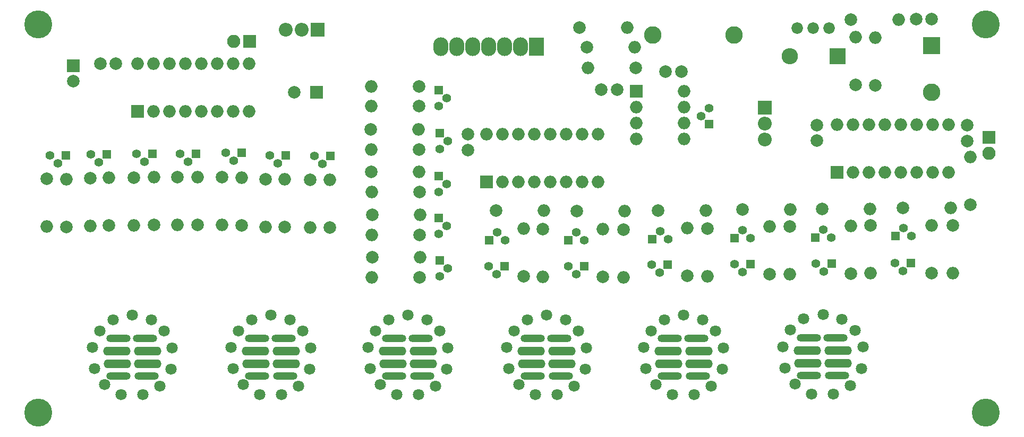
<source format=gbr>
G04 #@! TF.FileFunction,Soldermask,Top*
%FSLAX46Y46*%
G04 Gerber Fmt 4.6, Leading zero omitted, Abs format (unit mm)*
G04 Created by KiCad (PCBNEW 4.0.7) date 02/25/20 00:54:48*
%MOMM*%
%LPD*%
G01*
G04 APERTURE LIST*
%ADD10C,0.100000*%
%ADD11C,2.800000*%
%ADD12C,2.000000*%
%ADD13O,2.000000X2.000000*%
%ADD14C,1.840000*%
%ADD15R,2.000000X2.000000*%
%ADD16R,2.600000X2.600000*%
%ADD17O,2.600000X2.600000*%
%ADD18R,2.100000X2.100000*%
%ADD19O,2.100000X2.100000*%
%ADD20C,1.400000*%
%ADD21R,1.400000X1.400000*%
%ADD22R,2.200000X2.200000*%
%ADD23O,2.200000X2.200000*%
%ADD24R,2.400000X3.000000*%
%ADD25O,2.400000X3.000000*%
%ADD26C,4.464000*%
%ADD27O,4.400000X1.400000*%
%ADD28O,3.900000X1.200000*%
%ADD29C,1.808000*%
%ADD30R,2.800000X2.800000*%
G04 APERTURE END LIST*
D10*
D11*
X212900000Y-53300000D03*
X225900000Y-53300000D03*
D12*
X201250000Y-52150000D03*
D13*
X208870000Y-52150000D03*
D12*
X207250000Y-62000000D03*
X204750000Y-62000000D03*
D14*
X236000000Y-52200000D03*
X238540000Y-52200000D03*
X241080000Y-52200000D03*
D12*
X217500000Y-59150000D03*
X215000000Y-59150000D03*
D15*
X159300000Y-62500000D03*
D12*
X155800000Y-62500000D03*
D15*
X120600000Y-58200000D03*
D12*
X120600000Y-60700000D03*
X257400000Y-50800000D03*
X254900000Y-50800000D03*
D16*
X242400000Y-56700000D03*
D17*
X234780000Y-56700000D03*
D18*
X148700000Y-54300000D03*
D19*
X146160000Y-54300000D03*
D20*
X220660000Y-66240000D03*
X221930000Y-64970000D03*
D21*
X221930000Y-67510000D03*
D12*
X210200000Y-58550000D03*
D13*
X202580000Y-58550000D03*
D12*
X202400000Y-55300000D03*
D13*
X210020000Y-55300000D03*
D12*
X248400000Y-61400000D03*
D13*
X248400000Y-53780000D03*
D12*
X245250000Y-61300000D03*
D13*
X245250000Y-53680000D03*
D12*
X244550000Y-50850000D03*
D13*
X252170000Y-50850000D03*
D22*
X159500000Y-52500000D03*
D23*
X156960000Y-52500000D03*
X154420000Y-52500000D03*
D24*
X194410000Y-55210000D03*
D25*
X191870000Y-55210000D03*
X189330000Y-55210000D03*
X186790000Y-55210000D03*
X184250000Y-55210000D03*
X181710000Y-55210000D03*
X179170000Y-55210000D03*
D22*
X230790000Y-64888000D03*
D23*
X230790000Y-67428000D03*
X230790000Y-69968000D03*
D26*
X266000000Y-51600000D03*
X115000000Y-113600000D03*
X266000000Y-113600000D03*
X115000000Y-51600000D03*
D15*
X210300000Y-62250000D03*
D13*
X217920000Y-69870000D03*
X210300000Y-64790000D03*
X217920000Y-67330000D03*
X210300000Y-67330000D03*
X217920000Y-64790000D03*
X210300000Y-69870000D03*
X217920000Y-62250000D03*
D18*
X266510000Y-69680000D03*
D19*
X266510000Y-72220000D03*
D12*
X239110000Y-67700000D03*
X239110000Y-70200000D03*
X183480000Y-69150000D03*
X183480000Y-71650000D03*
X127380000Y-57890000D03*
X124880000Y-57890000D03*
D20*
X146130000Y-73420000D03*
X144860000Y-72150000D03*
D21*
X147400000Y-72150000D03*
D20*
X118080000Y-73770000D03*
X116810000Y-72500000D03*
D21*
X119350000Y-72500000D03*
D20*
X180070000Y-77070000D03*
X178800000Y-78340000D03*
D21*
X178800000Y-75800000D03*
D20*
X214120000Y-84680000D03*
X215390000Y-85950000D03*
D21*
X212850000Y-85950000D03*
D20*
X214055000Y-91270000D03*
X212785000Y-90000000D03*
D21*
X215325000Y-90000000D03*
D20*
X180070000Y-83770000D03*
X178800000Y-85040000D03*
D21*
X178800000Y-82500000D03*
D20*
X153180000Y-73770000D03*
X151910000Y-72500000D03*
D21*
X154450000Y-72500000D03*
D20*
X180270000Y-90570000D03*
X179000000Y-91840000D03*
D21*
X179000000Y-89300000D03*
D20*
X227220000Y-84480000D03*
X228490000Y-85750000D03*
D21*
X225950000Y-85750000D03*
D20*
X138880000Y-73570000D03*
X137610000Y-72300000D03*
D21*
X140150000Y-72300000D03*
D20*
X160280000Y-73870000D03*
X159010000Y-72600000D03*
D21*
X161550000Y-72600000D03*
D20*
X188095000Y-84805000D03*
X189365000Y-86075000D03*
D21*
X186825000Y-86075000D03*
D20*
X227205000Y-91195000D03*
X225935000Y-89925000D03*
D21*
X228475000Y-89925000D03*
D20*
X131880000Y-73520000D03*
X130610000Y-72250000D03*
D21*
X133150000Y-72250000D03*
D20*
X180070000Y-63370000D03*
X178800000Y-64640000D03*
D21*
X178800000Y-62100000D03*
D20*
X188030000Y-91495000D03*
X186760000Y-90225000D03*
D21*
X189300000Y-90225000D03*
D20*
X240120000Y-84430000D03*
X241390000Y-85700000D03*
D21*
X238850000Y-85700000D03*
D20*
X200720000Y-84805000D03*
X201990000Y-86075000D03*
D21*
X199450000Y-86075000D03*
D20*
X124630000Y-73620000D03*
X123360000Y-72350000D03*
D21*
X125900000Y-72350000D03*
D20*
X240205000Y-91045000D03*
X238935000Y-89775000D03*
D21*
X241475000Y-89775000D03*
D20*
X180270000Y-70270000D03*
X179000000Y-71540000D03*
D21*
X179000000Y-69000000D03*
D20*
X200755000Y-91470000D03*
X199485000Y-90200000D03*
D21*
X202025000Y-90200000D03*
D20*
X252870000Y-84130000D03*
X254140000Y-85400000D03*
D21*
X251600000Y-85400000D03*
D20*
X252830000Y-90970000D03*
X251560000Y-89700000D03*
D21*
X254100000Y-89700000D03*
D12*
X147400000Y-83700000D03*
D13*
X147400000Y-76080000D03*
D12*
X119500000Y-83950000D03*
D13*
X119500000Y-76330000D03*
D12*
X168100000Y-75200000D03*
D13*
X175720000Y-75200000D03*
D12*
X213750000Y-81350000D03*
D13*
X221370000Y-81350000D03*
D12*
X218425000Y-91750000D03*
D13*
X218425000Y-84130000D03*
D12*
X144250000Y-76000000D03*
D13*
X144250000Y-83620000D03*
D12*
X116300000Y-76250000D03*
D13*
X116300000Y-83870000D03*
D12*
X175800000Y-78400000D03*
D13*
X168180000Y-78400000D03*
D12*
X221625000Y-84200000D03*
D13*
X221625000Y-91820000D03*
D12*
X168200000Y-82000000D03*
D13*
X175820000Y-82000000D03*
D12*
X154300000Y-83950000D03*
D13*
X154300000Y-76330000D03*
D12*
X168200000Y-88800000D03*
D13*
X175820000Y-88800000D03*
D12*
X227225000Y-81175000D03*
D13*
X234845000Y-81175000D03*
D12*
X175800000Y-85200000D03*
D13*
X168180000Y-85200000D03*
D12*
X151200000Y-76350000D03*
D13*
X151200000Y-83970000D03*
D12*
X175800000Y-92000000D03*
D13*
X168180000Y-92000000D03*
D12*
X140350000Y-83650000D03*
D13*
X140350000Y-76030000D03*
D12*
X161500000Y-84050000D03*
D13*
X161500000Y-76430000D03*
D12*
X187950000Y-81375000D03*
D13*
X195570000Y-81375000D03*
D12*
X231600000Y-91525000D03*
D13*
X231600000Y-83905000D03*
D12*
X234800000Y-83875000D03*
D13*
X234800000Y-91495000D03*
D12*
X137150000Y-76000000D03*
D13*
X137150000Y-83620000D03*
D12*
X158350000Y-76400000D03*
D13*
X158350000Y-84020000D03*
D12*
X192350000Y-91875000D03*
D13*
X192350000Y-84255000D03*
D12*
X133450000Y-83650000D03*
D13*
X133450000Y-76030000D03*
D12*
X175700000Y-61500000D03*
D13*
X168080000Y-61500000D03*
D12*
X195400000Y-84275000D03*
D13*
X195400000Y-91895000D03*
D12*
X239950000Y-81075000D03*
D13*
X247570000Y-81075000D03*
D12*
X130200000Y-76100000D03*
D13*
X130200000Y-83720000D03*
D12*
X175700000Y-64700000D03*
D13*
X168080000Y-64700000D03*
D12*
X200800000Y-81450000D03*
D13*
X208420000Y-81450000D03*
D12*
X244475000Y-91375000D03*
D13*
X244475000Y-83755000D03*
D12*
X126250000Y-83750000D03*
D13*
X126250000Y-76130000D03*
D12*
X168000000Y-68400000D03*
D13*
X175620000Y-68400000D03*
D12*
X247650000Y-83750000D03*
D13*
X247650000Y-91370000D03*
D12*
X205000000Y-91950000D03*
D13*
X205000000Y-84330000D03*
D12*
X252800000Y-80900000D03*
D13*
X260420000Y-80900000D03*
D12*
X123250000Y-76150000D03*
D13*
X123250000Y-83770000D03*
D12*
X208250000Y-84350000D03*
D13*
X208250000Y-91970000D03*
D12*
X175700000Y-71600000D03*
D13*
X168080000Y-71600000D03*
D12*
X257400000Y-91300000D03*
D13*
X257400000Y-83680000D03*
D12*
X260800000Y-83750000D03*
D13*
X260800000Y-91370000D03*
D15*
X130850000Y-65550000D03*
D13*
X148630000Y-57930000D03*
X133390000Y-65550000D03*
X146090000Y-57930000D03*
X135930000Y-65550000D03*
X143550000Y-57930000D03*
X138470000Y-65550000D03*
X141010000Y-57930000D03*
X141010000Y-65550000D03*
X138470000Y-57930000D03*
X143550000Y-65550000D03*
X135930000Y-57930000D03*
X146090000Y-65550000D03*
X133390000Y-57930000D03*
X148630000Y-65550000D03*
X130850000Y-57930000D03*
D15*
X186425000Y-76775000D03*
D13*
X204205000Y-69155000D03*
X188965000Y-76775000D03*
X201665000Y-69155000D03*
X191505000Y-76775000D03*
X199125000Y-69155000D03*
X194045000Y-76775000D03*
X196585000Y-69155000D03*
X196585000Y-76775000D03*
X194045000Y-69155000D03*
X199125000Y-76775000D03*
X191505000Y-69155000D03*
X201665000Y-76775000D03*
X188965000Y-69155000D03*
X204205000Y-76775000D03*
X186425000Y-69155000D03*
D15*
X242300000Y-75250000D03*
D13*
X260080000Y-67630000D03*
X244840000Y-75250000D03*
X257540000Y-67630000D03*
X247380000Y-75250000D03*
X255000000Y-67630000D03*
X249920000Y-75250000D03*
X252460000Y-67630000D03*
X252460000Y-75250000D03*
X249920000Y-67630000D03*
X255000000Y-75250000D03*
X247380000Y-67630000D03*
X257540000Y-75250000D03*
X244840000Y-67630000D03*
X260080000Y-75250000D03*
X242300000Y-67630000D03*
D27*
X237600000Y-103700000D03*
X242500000Y-103700000D03*
D28*
X237850000Y-107650000D03*
X242350000Y-107650000D03*
X237850000Y-101650000D03*
X242100000Y-101650000D03*
D27*
X237700000Y-105700000D03*
X242500000Y-105700000D03*
D29*
X244448000Y-109246000D03*
X241721000Y-110643000D03*
X246450000Y-103130000D03*
X246220000Y-106554000D03*
X235631000Y-108994000D03*
X234011000Y-106463000D03*
X240100000Y-97923000D03*
X234868000Y-100427000D03*
X233707000Y-103093000D03*
X245180000Y-100463000D03*
X236996000Y-98648000D03*
X238278000Y-110613000D03*
X243078000Y-98675000D03*
D27*
X215386000Y-103812000D03*
X220286000Y-103812000D03*
D28*
X215636000Y-107762000D03*
X220136000Y-107762000D03*
X215636000Y-101762000D03*
X219886000Y-101762000D03*
D27*
X215486000Y-105812000D03*
X220286000Y-105812000D03*
D29*
X222234000Y-109358000D03*
X219507000Y-110755000D03*
X224236000Y-103242000D03*
X224006000Y-106666000D03*
X213417000Y-109106000D03*
X211797000Y-106575000D03*
X217886000Y-98035000D03*
X212654000Y-100539000D03*
X211493000Y-103205000D03*
X222966000Y-100575000D03*
X214782000Y-98760000D03*
X216064000Y-110725000D03*
X220864000Y-98787000D03*
D27*
X149600000Y-103812000D03*
X154500000Y-103812000D03*
D28*
X149850000Y-107762000D03*
X154350000Y-107762000D03*
X149850000Y-101762000D03*
X154100000Y-101762000D03*
D27*
X149700000Y-105812000D03*
X154500000Y-105812000D03*
D29*
X156448000Y-109358000D03*
X153721000Y-110755000D03*
X158450000Y-103242000D03*
X158220000Y-106666000D03*
X147631000Y-109106000D03*
X146011000Y-106575000D03*
X152100000Y-98035000D03*
X146868000Y-100539000D03*
X145707000Y-103205000D03*
X157180000Y-100575000D03*
X148996000Y-98760000D03*
X150278000Y-110725000D03*
X155078000Y-98787000D03*
D27*
X127502000Y-103812000D03*
X132402000Y-103812000D03*
D28*
X127752000Y-107762000D03*
X132252000Y-107762000D03*
X127752000Y-101762000D03*
X132002000Y-101762000D03*
D27*
X127602000Y-105812000D03*
X132402000Y-105812000D03*
D29*
X134350000Y-109358000D03*
X131623000Y-110755000D03*
X136352000Y-103242000D03*
X136122000Y-106666000D03*
X125533000Y-109106000D03*
X123913000Y-106575000D03*
X130002000Y-98035000D03*
X124770000Y-100539000D03*
X123609000Y-103205000D03*
X135082000Y-100575000D03*
X126898000Y-98760000D03*
X128180000Y-110725000D03*
X132980000Y-98787000D03*
D27*
X171444000Y-103812000D03*
X176344000Y-103812000D03*
D28*
X171694000Y-107762000D03*
X176194000Y-107762000D03*
X171694000Y-101762000D03*
X175944000Y-101762000D03*
D27*
X171544000Y-105812000D03*
X176344000Y-105812000D03*
D29*
X178292000Y-109358000D03*
X175565000Y-110755000D03*
X180294000Y-103242000D03*
X180064000Y-106666000D03*
X169475000Y-109106000D03*
X167855000Y-106575000D03*
X173944000Y-98035000D03*
X168712000Y-100539000D03*
X167551000Y-103205000D03*
X179024000Y-100575000D03*
X170840000Y-98760000D03*
X172122000Y-110725000D03*
X176922000Y-98787000D03*
D27*
X193542000Y-103812000D03*
X198442000Y-103812000D03*
D28*
X193792000Y-107762000D03*
X198292000Y-107762000D03*
X193792000Y-101762000D03*
X198042000Y-101762000D03*
D27*
X193642000Y-105812000D03*
X198442000Y-105812000D03*
D29*
X200390000Y-109358000D03*
X197663000Y-110755000D03*
X202392000Y-103242000D03*
X202162000Y-106666000D03*
X191573000Y-109106000D03*
X189953000Y-106575000D03*
X196042000Y-98035000D03*
X190810000Y-100539000D03*
X189649000Y-103205000D03*
X201122000Y-100575000D03*
X192938000Y-98760000D03*
X194220000Y-110725000D03*
X199020000Y-98787000D03*
D30*
X257400000Y-55000000D03*
D11*
X257400000Y-62500000D03*
D12*
X263100000Y-70250000D03*
X263100000Y-67750000D03*
X263550000Y-80400000D03*
D13*
X263550000Y-72780000D03*
M02*

</source>
